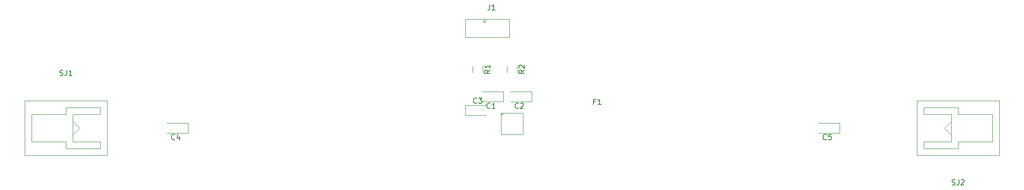
<source format=gbr>
G04 #@! TF.GenerationSoftware,KiCad,Pcbnew,5.1.2-f72e74a~84~ubuntu18.04.1*
G04 #@! TF.CreationDate,2019-07-26T18:37:53+02:00*
G04 #@! TF.ProjectId,match_attenuator,6d617463-685f-4617-9474-656e7561746f,rev?*
G04 #@! TF.SameCoordinates,Original*
G04 #@! TF.FileFunction,Legend,Top*
G04 #@! TF.FilePolarity,Positive*
%FSLAX46Y46*%
G04 Gerber Fmt 4.6, Leading zero omitted, Abs format (unit mm)*
G04 Created by KiCad (PCBNEW 5.1.2-f72e74a~84~ubuntu18.04.1) date 2019-07-26 18:37:53*
%MOMM*%
%LPD*%
G04 APERTURE LIST*
%ADD10C,0.120000*%
%ADD11C,0.010000*%
%ADD12C,0.050000*%
%ADD13C,0.150000*%
G04 APERTURE END LIST*
D10*
X145030000Y-107950000D02*
G75*
G03X145030000Y-107950000I-250000J0D01*
G01*
X141210000Y-107520000D02*
X149310000Y-107520000D01*
X149310000Y-110920000D02*
X141210000Y-110920000D01*
X141210000Y-107520000D02*
X141210000Y-110920000D01*
X149310000Y-107520000D02*
X149310000Y-110920000D01*
X231140000Y-129030000D02*
X229870000Y-127760000D01*
X231140000Y-126490000D02*
X229870000Y-127760000D01*
X224790000Y-132840000D02*
X240030000Y-132840000D01*
X240030000Y-122680000D02*
X224790000Y-122680000D01*
X226060000Y-130300000D02*
X226060000Y-131570000D01*
X231140000Y-130300000D02*
X226060000Y-130300000D01*
X231140000Y-125220000D02*
X231140000Y-130300000D01*
X226060000Y-125220000D02*
X231140000Y-125220000D01*
X226060000Y-123950000D02*
X226060000Y-125220000D01*
X238760000Y-125220000D02*
X238760000Y-130300000D01*
X232410000Y-125220000D02*
X238760000Y-125220000D01*
X232410000Y-123950000D02*
X232410000Y-125220000D01*
X232410000Y-130300000D02*
X238760000Y-130300000D01*
X232410000Y-131570000D02*
X232410000Y-130300000D01*
X240030000Y-132840000D02*
X240030000Y-122680000D01*
X224790000Y-122680000D02*
X224790000Y-132840000D01*
X232410000Y-131570000D02*
X226060000Y-131570000D01*
X226060000Y-123950000D02*
X232410000Y-123950000D01*
X68580000Y-126470000D02*
X69850000Y-127740000D01*
X68580000Y-129010000D02*
X69850000Y-127740000D01*
X74930000Y-122660000D02*
X59690000Y-122660000D01*
X59690000Y-132820000D02*
X74930000Y-132820000D01*
X73660000Y-125200000D02*
X73660000Y-123930000D01*
X68580000Y-125200000D02*
X73660000Y-125200000D01*
X68580000Y-130280000D02*
X68580000Y-125200000D01*
X73660000Y-130280000D02*
X68580000Y-130280000D01*
X73660000Y-131550000D02*
X73660000Y-130280000D01*
X60960000Y-130280000D02*
X60960000Y-125200000D01*
X67310000Y-130280000D02*
X60960000Y-130280000D01*
X67310000Y-131550000D02*
X67310000Y-130280000D01*
X67310000Y-125200000D02*
X60960000Y-125200000D01*
X67310000Y-123930000D02*
X67310000Y-125200000D01*
X59690000Y-122660000D02*
X59690000Y-132820000D01*
X74930000Y-132820000D02*
X74930000Y-122660000D01*
X67310000Y-123930000D02*
X73660000Y-123930000D01*
X73660000Y-131550000D02*
X67310000Y-131550000D01*
X148950000Y-116237936D02*
X148950000Y-117442064D01*
X150770000Y-116237936D02*
X150770000Y-117442064D01*
X142600000Y-116237936D02*
X142600000Y-117442064D01*
X144420000Y-116237936D02*
X144420000Y-117442064D01*
D11*
X148240000Y-125230000D02*
G75*
G03X148240000Y-125230000I-150000J0D01*
G01*
D12*
X151850000Y-128990000D02*
X147850000Y-128990000D01*
X151850000Y-124990000D02*
X151850000Y-128990000D01*
X147850000Y-128990000D02*
X147850000Y-124990000D01*
X147850000Y-124990000D02*
X151850000Y-124990000D01*
D10*
X210510000Y-126805000D02*
X206600000Y-126805000D01*
X210510000Y-128675000D02*
X210510000Y-126805000D01*
X206600000Y-128675000D02*
X210510000Y-128675000D01*
X89940000Y-126805000D02*
X86030000Y-126805000D01*
X89940000Y-128675000D02*
X89940000Y-126805000D01*
X86030000Y-128675000D02*
X89940000Y-128675000D01*
X141200000Y-125395000D02*
X145110000Y-125395000D01*
X141200000Y-123525000D02*
X141200000Y-125395000D01*
X145110000Y-123525000D02*
X141200000Y-123525000D01*
X153520000Y-120985000D02*
X149610000Y-120985000D01*
X153520000Y-122855000D02*
X153520000Y-120985000D01*
X149610000Y-122855000D02*
X153520000Y-122855000D01*
X148280000Y-120985000D02*
X144370000Y-120985000D01*
X148280000Y-122855000D02*
X148280000Y-120985000D01*
X144370000Y-122855000D02*
X148280000Y-122855000D01*
D13*
X145716666Y-104862380D02*
X145716666Y-105576666D01*
X145669047Y-105719523D01*
X145573809Y-105814761D01*
X145430952Y-105862380D01*
X145335714Y-105862380D01*
X146716666Y-105862380D02*
X146145238Y-105862380D01*
X146430952Y-105862380D02*
X146430952Y-104862380D01*
X146335714Y-105005238D01*
X146240476Y-105100476D01*
X146145238Y-105148095D01*
X231267142Y-138324761D02*
X231410000Y-138372380D01*
X231648095Y-138372380D01*
X231743333Y-138324761D01*
X231790952Y-138277142D01*
X231838571Y-138181904D01*
X231838571Y-138086666D01*
X231790952Y-137991428D01*
X231743333Y-137943809D01*
X231648095Y-137896190D01*
X231457619Y-137848571D01*
X231362380Y-137800952D01*
X231314761Y-137753333D01*
X231267142Y-137658095D01*
X231267142Y-137562857D01*
X231314761Y-137467619D01*
X231362380Y-137420000D01*
X231457619Y-137372380D01*
X231695714Y-137372380D01*
X231838571Y-137420000D01*
X232552857Y-137372380D02*
X232552857Y-138086666D01*
X232505238Y-138229523D01*
X232410000Y-138324761D01*
X232267142Y-138372380D01*
X232171904Y-138372380D01*
X232981428Y-137467619D02*
X233029047Y-137420000D01*
X233124285Y-137372380D01*
X233362380Y-137372380D01*
X233457619Y-137420000D01*
X233505238Y-137467619D01*
X233552857Y-137562857D01*
X233552857Y-137658095D01*
X233505238Y-137800952D01*
X232933809Y-138372380D01*
X233552857Y-138372380D01*
X66167142Y-117984761D02*
X66310000Y-118032380D01*
X66548095Y-118032380D01*
X66643333Y-117984761D01*
X66690952Y-117937142D01*
X66738571Y-117841904D01*
X66738571Y-117746666D01*
X66690952Y-117651428D01*
X66643333Y-117603809D01*
X66548095Y-117556190D01*
X66357619Y-117508571D01*
X66262380Y-117460952D01*
X66214761Y-117413333D01*
X66167142Y-117318095D01*
X66167142Y-117222857D01*
X66214761Y-117127619D01*
X66262380Y-117080000D01*
X66357619Y-117032380D01*
X66595714Y-117032380D01*
X66738571Y-117080000D01*
X67452857Y-117032380D02*
X67452857Y-117746666D01*
X67405238Y-117889523D01*
X67310000Y-117984761D01*
X67167142Y-118032380D01*
X67071904Y-118032380D01*
X68452857Y-118032380D02*
X67881428Y-118032380D01*
X68167142Y-118032380D02*
X68167142Y-117032380D01*
X68071904Y-117175238D01*
X67976666Y-117270476D01*
X67881428Y-117318095D01*
X152132380Y-117006666D02*
X151656190Y-117340000D01*
X152132380Y-117578095D02*
X151132380Y-117578095D01*
X151132380Y-117197142D01*
X151180000Y-117101904D01*
X151227619Y-117054285D01*
X151322857Y-117006666D01*
X151465714Y-117006666D01*
X151560952Y-117054285D01*
X151608571Y-117101904D01*
X151656190Y-117197142D01*
X151656190Y-117578095D01*
X151227619Y-116625714D02*
X151180000Y-116578095D01*
X151132380Y-116482857D01*
X151132380Y-116244761D01*
X151180000Y-116149523D01*
X151227619Y-116101904D01*
X151322857Y-116054285D01*
X151418095Y-116054285D01*
X151560952Y-116101904D01*
X152132380Y-116673333D01*
X152132380Y-116054285D01*
X145782380Y-117006666D02*
X145306190Y-117340000D01*
X145782380Y-117578095D02*
X144782380Y-117578095D01*
X144782380Y-117197142D01*
X144830000Y-117101904D01*
X144877619Y-117054285D01*
X144972857Y-117006666D01*
X145115714Y-117006666D01*
X145210952Y-117054285D01*
X145258571Y-117101904D01*
X145306190Y-117197142D01*
X145306190Y-117578095D01*
X145782380Y-116054285D02*
X145782380Y-116625714D01*
X145782380Y-116340000D02*
X144782380Y-116340000D01*
X144925238Y-116435238D01*
X145020476Y-116530476D01*
X145068095Y-116625714D01*
X165296666Y-122878571D02*
X164963333Y-122878571D01*
X164963333Y-123402380D02*
X164963333Y-122402380D01*
X165439523Y-122402380D01*
X166344285Y-123402380D02*
X165772857Y-123402380D01*
X166058571Y-123402380D02*
X166058571Y-122402380D01*
X165963333Y-122545238D01*
X165868095Y-122640476D01*
X165772857Y-122688095D01*
X208033333Y-129847142D02*
X207985714Y-129894761D01*
X207842857Y-129942380D01*
X207747619Y-129942380D01*
X207604761Y-129894761D01*
X207509523Y-129799523D01*
X207461904Y-129704285D01*
X207414285Y-129513809D01*
X207414285Y-129370952D01*
X207461904Y-129180476D01*
X207509523Y-129085238D01*
X207604761Y-128990000D01*
X207747619Y-128942380D01*
X207842857Y-128942380D01*
X207985714Y-128990000D01*
X208033333Y-129037619D01*
X208938095Y-128942380D02*
X208461904Y-128942380D01*
X208414285Y-129418571D01*
X208461904Y-129370952D01*
X208557142Y-129323333D01*
X208795238Y-129323333D01*
X208890476Y-129370952D01*
X208938095Y-129418571D01*
X208985714Y-129513809D01*
X208985714Y-129751904D01*
X208938095Y-129847142D01*
X208890476Y-129894761D01*
X208795238Y-129942380D01*
X208557142Y-129942380D01*
X208461904Y-129894761D01*
X208414285Y-129847142D01*
X87463333Y-129847142D02*
X87415714Y-129894761D01*
X87272857Y-129942380D01*
X87177619Y-129942380D01*
X87034761Y-129894761D01*
X86939523Y-129799523D01*
X86891904Y-129704285D01*
X86844285Y-129513809D01*
X86844285Y-129370952D01*
X86891904Y-129180476D01*
X86939523Y-129085238D01*
X87034761Y-128990000D01*
X87177619Y-128942380D01*
X87272857Y-128942380D01*
X87415714Y-128990000D01*
X87463333Y-129037619D01*
X88320476Y-129275714D02*
X88320476Y-129942380D01*
X88082380Y-128894761D02*
X87844285Y-129609047D01*
X88463333Y-129609047D01*
X143343333Y-123067142D02*
X143295714Y-123114761D01*
X143152857Y-123162380D01*
X143057619Y-123162380D01*
X142914761Y-123114761D01*
X142819523Y-123019523D01*
X142771904Y-122924285D01*
X142724285Y-122733809D01*
X142724285Y-122590952D01*
X142771904Y-122400476D01*
X142819523Y-122305238D01*
X142914761Y-122210000D01*
X143057619Y-122162380D01*
X143152857Y-122162380D01*
X143295714Y-122210000D01*
X143343333Y-122257619D01*
X143676666Y-122162380D02*
X144295714Y-122162380D01*
X143962380Y-122543333D01*
X144105238Y-122543333D01*
X144200476Y-122590952D01*
X144248095Y-122638571D01*
X144295714Y-122733809D01*
X144295714Y-122971904D01*
X144248095Y-123067142D01*
X144200476Y-123114761D01*
X144105238Y-123162380D01*
X143819523Y-123162380D01*
X143724285Y-123114761D01*
X143676666Y-123067142D01*
X151043333Y-124027142D02*
X150995714Y-124074761D01*
X150852857Y-124122380D01*
X150757619Y-124122380D01*
X150614761Y-124074761D01*
X150519523Y-123979523D01*
X150471904Y-123884285D01*
X150424285Y-123693809D01*
X150424285Y-123550952D01*
X150471904Y-123360476D01*
X150519523Y-123265238D01*
X150614761Y-123170000D01*
X150757619Y-123122380D01*
X150852857Y-123122380D01*
X150995714Y-123170000D01*
X151043333Y-123217619D01*
X151424285Y-123217619D02*
X151471904Y-123170000D01*
X151567142Y-123122380D01*
X151805238Y-123122380D01*
X151900476Y-123170000D01*
X151948095Y-123217619D01*
X151995714Y-123312857D01*
X151995714Y-123408095D01*
X151948095Y-123550952D01*
X151376666Y-124122380D01*
X151995714Y-124122380D01*
X145803333Y-124027142D02*
X145755714Y-124074761D01*
X145612857Y-124122380D01*
X145517619Y-124122380D01*
X145374761Y-124074761D01*
X145279523Y-123979523D01*
X145231904Y-123884285D01*
X145184285Y-123693809D01*
X145184285Y-123550952D01*
X145231904Y-123360476D01*
X145279523Y-123265238D01*
X145374761Y-123170000D01*
X145517619Y-123122380D01*
X145612857Y-123122380D01*
X145755714Y-123170000D01*
X145803333Y-123217619D01*
X146755714Y-124122380D02*
X146184285Y-124122380D01*
X146470000Y-124122380D02*
X146470000Y-123122380D01*
X146374761Y-123265238D01*
X146279523Y-123360476D01*
X146184285Y-123408095D01*
M02*

</source>
